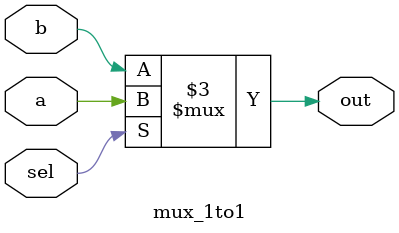
<source format=v>
module mux_1to1(    
                    a,
                    b,
                    sel,
                    out
            
    );

//Parameter
parameter A=1;   



//wire&reg
input wire [A-1:0] a;
input wire [A-1:0] b;
input wire sel;
output reg [A-1:0] out;



//logic
always @ (sel)
   begin
      if(sel)
         out<=a;
      else             
         out<=b;
   end        
  
endmodule
</source>
